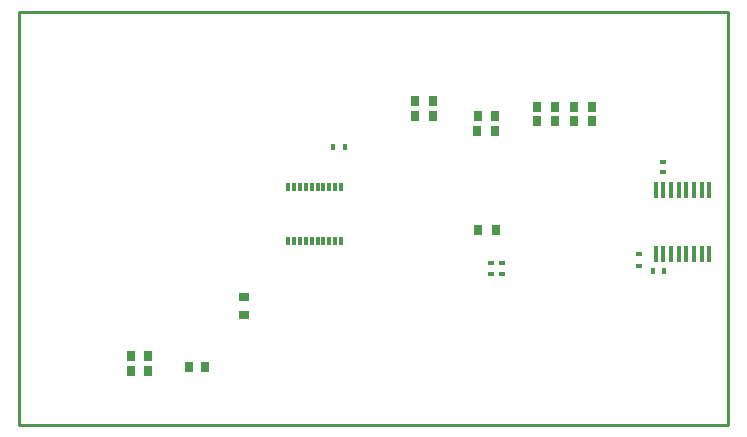
<source format=gbp>
G04*
G04 #@! TF.GenerationSoftware,Altium Limited,Altium Designer,18.0.12 (696)*
G04*
G04 Layer_Color=128*
%FSLAX44Y44*%
%MOMM*%
G71*
G01*
G75*
%ADD10C,0.2540*%
%ADD19R,0.6000X0.4500*%
%ADD21R,0.4000X0.6000*%
%ADD25R,0.7000X0.9000*%
%ADD29R,0.8000X0.9000*%
%ADD30R,0.9000X0.7000*%
%ADD64R,0.4500X0.6000*%
%ADD65R,0.3000X0.7000*%
%ADD66R,0.6000X0.4000*%
%ADD67R,0.3500X1.4000*%
D10*
X600000D01*
X0D02*
Y350000D01*
X600000D01*
Y0D02*
Y350000D01*
D19*
X399796Y127588D02*
D03*
Y137588D02*
D03*
X408940Y127588D02*
D03*
Y137588D02*
D03*
X524510Y144700D02*
D03*
Y134700D02*
D03*
D21*
X536774Y130810D02*
D03*
X545774D02*
D03*
D25*
X388486Y165354D02*
D03*
X403486D02*
D03*
X484871Y269240D02*
D03*
X469871D02*
D03*
X453647Y269494D02*
D03*
X438647D02*
D03*
X453724Y257189D02*
D03*
X438724D02*
D03*
X485064Y257048D02*
D03*
X470064D02*
D03*
X402978Y261620D02*
D03*
X387978D02*
D03*
X402822Y248800D02*
D03*
X387822D02*
D03*
X335146Y274574D02*
D03*
X350146D02*
D03*
X334892Y261620D02*
D03*
X349892D02*
D03*
X109354Y46212D02*
D03*
X94354D02*
D03*
X109354Y58674D02*
D03*
X94354D02*
D03*
D29*
X143368Y49530D02*
D03*
X157368D02*
D03*
D30*
X190500Y93518D02*
D03*
Y108518D02*
D03*
D64*
X275764Y235458D02*
D03*
X265764D02*
D03*
D65*
X272500Y201900D02*
D03*
Y155900D02*
D03*
X267500Y201900D02*
D03*
Y155900D02*
D03*
X262500Y201900D02*
D03*
Y155900D02*
D03*
X257500Y201900D02*
D03*
Y155900D02*
D03*
X252500Y201900D02*
D03*
Y155900D02*
D03*
X247500Y201900D02*
D03*
Y155900D02*
D03*
X242500Y201900D02*
D03*
Y155900D02*
D03*
X237500Y201900D02*
D03*
Y155900D02*
D03*
X232500Y201900D02*
D03*
Y155900D02*
D03*
X227500Y201900D02*
D03*
Y155900D02*
D03*
D66*
X545350Y213940D02*
D03*
Y222940D02*
D03*
D67*
X538850Y199060D02*
D03*
X545350D02*
D03*
X551850D02*
D03*
X558350D02*
D03*
X564850D02*
D03*
X571350D02*
D03*
X577850D02*
D03*
X584350D02*
D03*
X538850Y145060D02*
D03*
X545350D02*
D03*
X551850D02*
D03*
X558350D02*
D03*
X564850D02*
D03*
X571350D02*
D03*
X577850D02*
D03*
X584350D02*
D03*
M02*

</source>
